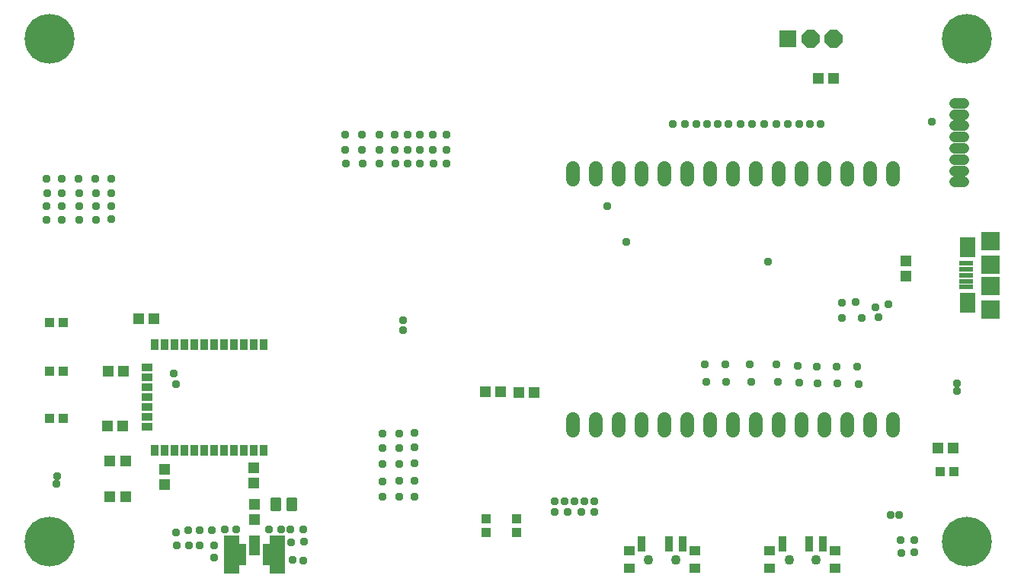
<source format=gbr>
G04 EAGLE Gerber RS-274X export*
G75*
%MOMM*%
%FSLAX34Y34*%
%LPD*%
%INSoldermask Top*%
%IPPOS*%
%AMOC8*
5,1,8,0,0,1.08239X$1,22.5*%
G01*
%ADD10R,1.553200X0.603200*%
%ADD11R,1.803200X2.303200*%
%ADD12R,2.103200X2.003200*%
%ADD13R,2.103200X2.103200*%
%ADD14R,1.203200X1.303200*%
%ADD15C,1.211200*%
%ADD16R,1.981200X1.981200*%
%ADD17P,2.144431X8X112.500000*%
%ADD18C,1.524000*%
%ADD19R,1.003200X1.003200*%
%ADD20C,5.537200*%
%ADD21R,0.903200X1.703200*%
%ADD22R,1.203200X1.003200*%
%ADD23C,1.103200*%
%ADD24R,0.903200X1.203200*%
%ADD25R,1.203200X0.903200*%
%ADD26C,0.463294*%
%ADD27R,1.303200X1.203200*%
%ADD28R,0.914400X2.336800*%
%ADD29R,1.727200X4.267200*%
%ADD30R,1.219200X2.235200*%
%ADD31C,0.959600*%


D10*
X1059100Y323500D03*
X1059100Y330000D03*
X1059100Y336500D03*
X1059100Y343000D03*
X1059100Y349500D03*
D11*
X1060350Y305500D03*
X1060350Y367500D03*
D12*
X1085850Y298500D03*
D13*
X1085850Y324500D03*
X1085850Y348500D03*
D12*
X1085850Y374500D03*
D14*
X991800Y352500D03*
X991800Y335500D03*
D15*
X1046360Y440250D02*
X1056440Y440250D01*
X1056440Y452750D02*
X1046360Y452750D01*
X1046360Y465250D02*
X1056440Y465250D01*
X1056440Y477750D02*
X1046360Y477750D01*
X1046360Y490250D02*
X1056440Y490250D01*
X1056440Y502750D02*
X1046360Y502750D01*
X1046360Y515250D02*
X1056440Y515250D01*
X1056440Y527750D02*
X1046360Y527750D01*
D16*
X860600Y600000D03*
D17*
X886000Y600000D03*
X911400Y600000D03*
D18*
X977800Y456004D02*
X977800Y442796D01*
X952400Y442796D02*
X952400Y456004D01*
X927000Y456004D02*
X927000Y442796D01*
X901600Y442796D02*
X901600Y456004D01*
X876200Y456004D02*
X876200Y442796D01*
X850800Y442796D02*
X850800Y456004D01*
X825400Y456004D02*
X825400Y442796D01*
X800000Y442796D02*
X800000Y456004D01*
X774600Y456004D02*
X774600Y442796D01*
X749200Y442796D02*
X749200Y456004D01*
X723800Y456004D02*
X723800Y442796D01*
X698400Y442796D02*
X698400Y456004D01*
X673000Y456004D02*
X673000Y442796D01*
X647600Y442796D02*
X647600Y456004D01*
X622200Y456004D02*
X622200Y442796D01*
X977800Y176604D02*
X977800Y163396D01*
X952400Y163396D02*
X952400Y176604D01*
X927000Y176604D02*
X927000Y163396D01*
X901600Y163396D02*
X901600Y176604D01*
X876200Y176604D02*
X876200Y163396D01*
X850800Y163396D02*
X850800Y176604D01*
X825400Y176604D02*
X825400Y163396D01*
X800000Y163396D02*
X800000Y176604D01*
X774600Y176604D02*
X774600Y163396D01*
X749200Y163396D02*
X749200Y176604D01*
X723800Y176604D02*
X723800Y163396D01*
X698400Y163396D02*
X698400Y176604D01*
X673000Y176604D02*
X673000Y163396D01*
X647600Y163396D02*
X647600Y176604D01*
X622200Y176604D02*
X622200Y163396D01*
D19*
X559100Y65500D03*
X559100Y50500D03*
D14*
X561600Y206000D03*
X578600Y206000D03*
X911800Y555400D03*
X894800Y555400D03*
D19*
X1029900Y117900D03*
X1044900Y117900D03*
D14*
X1044600Y144300D03*
X1027600Y144300D03*
D20*
X1060000Y40000D03*
X1060000Y600000D03*
X40000Y600000D03*
X40000Y40000D03*
D19*
X525442Y65442D03*
X525442Y50442D03*
D14*
X524873Y206613D03*
X541873Y206613D03*
D21*
X854500Y37500D03*
X884500Y37500D03*
X899500Y37500D03*
D22*
X840500Y29650D03*
X840500Y10350D03*
X913500Y10350D03*
X913500Y29650D03*
D23*
X862000Y20000D03*
X892000Y20000D03*
D21*
X698500Y37500D03*
X728500Y37500D03*
X743500Y37500D03*
D22*
X684500Y29650D03*
X684500Y10350D03*
X757500Y10350D03*
X757500Y29650D03*
D23*
X706000Y20000D03*
X736000Y20000D03*
D24*
X278500Y259500D03*
X267500Y259500D03*
X256500Y259500D03*
X245500Y259500D03*
X234500Y259500D03*
X223500Y259500D03*
X212500Y259500D03*
X201500Y259500D03*
X190500Y259500D03*
X179500Y259500D03*
X168500Y259500D03*
X157500Y259500D03*
D25*
X148600Y234200D03*
X148600Y223200D03*
X148600Y212200D03*
X148600Y201200D03*
X148600Y190200D03*
X148600Y179200D03*
X148600Y168200D03*
D24*
X157500Y142000D03*
X168500Y142000D03*
X179500Y142000D03*
X190500Y142000D03*
X201500Y142000D03*
X212500Y142000D03*
X223500Y142000D03*
X234500Y142000D03*
X245500Y142000D03*
X256500Y142000D03*
X267500Y142000D03*
X278500Y142000D03*
D14*
X267000Y122500D03*
X267000Y105500D03*
D26*
X287330Y76315D02*
X294890Y76315D01*
X287330Y76315D02*
X287330Y87685D01*
X294890Y87685D01*
X294890Y76315D01*
X294890Y80716D02*
X287330Y80716D01*
X287330Y85117D02*
X294890Y85117D01*
X305110Y76315D02*
X312670Y76315D01*
X305110Y76315D02*
X305110Y87685D01*
X312670Y87685D01*
X312670Y76315D01*
X312670Y80716D02*
X305110Y80716D01*
X305110Y85117D02*
X312670Y85117D01*
D27*
X268000Y64500D03*
X268000Y81500D03*
D28*
X254046Y25574D03*
X281954Y25574D03*
D29*
X293400Y25320D03*
X242600Y25320D03*
D30*
X268000Y35480D03*
D14*
X168000Y120500D03*
X168000Y103500D03*
X107500Y90000D03*
X124500Y90000D03*
D27*
X124500Y130000D03*
X107500Y130000D03*
D14*
X121500Y169000D03*
X104500Y169000D03*
X122500Y230000D03*
X105500Y230000D03*
X156500Y288000D03*
X139500Y288000D03*
D19*
X40500Y177000D03*
X55500Y177000D03*
X40500Y230000D03*
X55500Y230000D03*
X40500Y284000D03*
X55500Y284000D03*
D31*
X768000Y237000D03*
X791000Y237000D03*
X818000Y237000D03*
X848000Y237000D03*
X872000Y236000D03*
X893000Y235000D03*
X915000Y235000D03*
X938000Y235000D03*
X939000Y215000D03*
X916000Y216000D03*
X894000Y216000D03*
X873000Y217000D03*
X850000Y218000D03*
X820000Y218000D03*
X792000Y218000D03*
X770000Y218000D03*
X921000Y306000D03*
X936000Y307000D03*
X958000Y301000D03*
X972000Y304000D03*
X921000Y289000D03*
X943000Y289000D03*
X961000Y290000D03*
X1001000Y42000D03*
X986000Y42000D03*
X987000Y27000D03*
X1001000Y28000D03*
X602000Y85000D03*
X613000Y85000D03*
X624000Y85000D03*
X635000Y85000D03*
X646000Y85000D03*
X602000Y73000D03*
X616000Y73000D03*
X631000Y73000D03*
X646000Y73000D03*
X369000Y493000D03*
X387000Y493000D03*
X407000Y493000D03*
X424000Y493000D03*
X438000Y493000D03*
X452000Y493000D03*
X466000Y493000D03*
X481000Y493000D03*
X369000Y476000D03*
X387000Y476000D03*
X407000Y476000D03*
X424000Y476000D03*
X438000Y476000D03*
X452000Y476000D03*
X466000Y476000D03*
X481000Y476000D03*
X370000Y461000D03*
X388000Y461000D03*
X407000Y461000D03*
X425000Y461000D03*
X438000Y461000D03*
X452000Y461000D03*
X467000Y461000D03*
X481000Y461000D03*
X746000Y505000D03*
X759000Y505000D03*
X771000Y505000D03*
X783000Y505000D03*
X795000Y505000D03*
X808000Y505000D03*
X821000Y505000D03*
X733000Y505000D03*
X897000Y505000D03*
X885000Y505000D03*
X873000Y505000D03*
X861000Y505000D03*
X848000Y505000D03*
X834000Y505000D03*
X37000Y398000D03*
X54000Y398000D03*
X73000Y398000D03*
X92000Y398000D03*
X109000Y399000D03*
X109000Y413000D03*
X92000Y413000D03*
X73000Y413000D03*
X54000Y413000D03*
X37000Y413000D03*
X109000Y428000D03*
X92000Y428000D03*
X73000Y428000D03*
X54000Y428000D03*
X38000Y428000D03*
X72000Y444000D03*
X91000Y444000D03*
X109000Y444000D03*
X54000Y444000D03*
X37000Y444000D03*
X181000Y50000D03*
X194000Y53000D03*
X207000Y53000D03*
X221000Y53000D03*
X182000Y36000D03*
X195000Y36000D03*
X207000Y36000D03*
X223000Y36000D03*
X223000Y22000D03*
X308000Y54000D03*
X322000Y54000D03*
X309000Y39000D03*
X323000Y40000D03*
X310000Y20000D03*
X322000Y19000D03*
X235000Y54000D03*
X248000Y54000D03*
X284000Y54000D03*
X298000Y54000D03*
X410000Y160000D03*
X429000Y160000D03*
X446000Y161000D03*
X410000Y144000D03*
X429000Y144000D03*
X446000Y145000D03*
X410000Y126000D03*
X429000Y126000D03*
X446000Y127000D03*
X410000Y107000D03*
X429000Y108000D03*
X446000Y108000D03*
X410000Y90000D03*
X429000Y90000D03*
X446000Y90000D03*
X839000Y352000D03*
X681000Y374000D03*
X48000Y104000D03*
X49000Y113000D03*
X1049000Y208000D03*
X1049000Y216000D03*
X975000Y70000D03*
X984000Y70000D03*
X1021000Y507000D03*
X660000Y413000D03*
X178000Y227000D03*
X433000Y286000D03*
X181000Y215000D03*
X433000Y275000D03*
M02*

</source>
